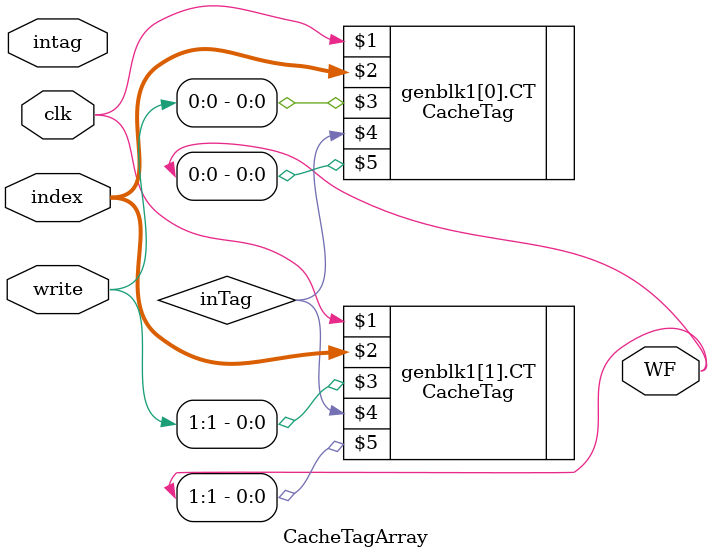
<source format=v>
`timescale 1ns / 1ps


module CacheTagArray(input clk,input [2:0]index,input [1:0]write, input [7:0]intag,output [1:0]WF);

genvar i;

generate
for (i = 0; i < 2; i = i + 1)

	CacheTag CT (clk,index, write[i],inTag,WF[i]);
endgenerate

endmodule

</source>
